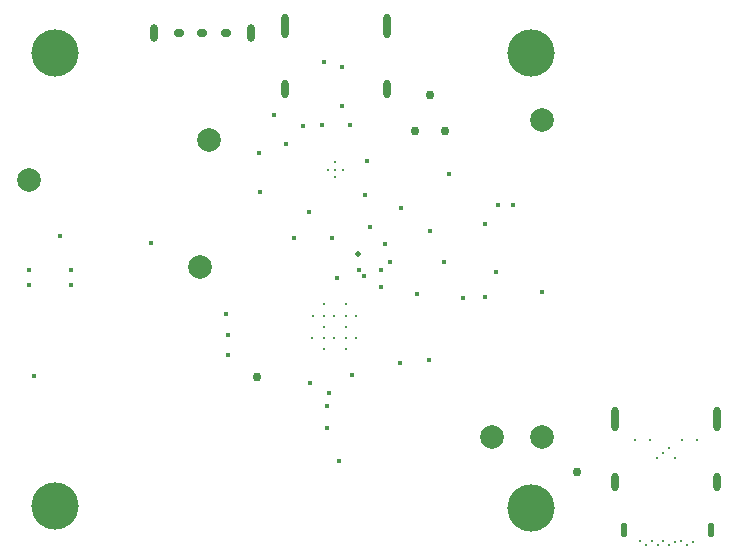
<source format=gbr>
%FSTAX23Y23*%
%MOIN*%
%SFA1B1*%

%IPPOS*%
%ADD119C,0.030000*%
%ADD120C,0.030000*%
%ADD121C,0.030000*%
%ADD122O,0.019685X0.051181*%
%ADD123C,0.157480*%
%ADD124C,0.157480*%
%ADD125C,0.157480*%
%ADD126C,0.157480*%
%ADD127O,0.023622X0.062992*%
%ADD128O,0.023622X0.082677*%
%ADD129O,0.027560X0.059060*%
%ADD130O,0.035440X0.027560*%
%ADD131C,0.078740*%
%ADD132C,0.015000*%
%ADD133C,0.020000*%
%ADD134C,0.010000*%
%ADD135C,0.030000*%
%ADD136C,0.008000*%
%LNpcb_power_measurement_pth_drill-1*%
%LPD*%
G54D119*
X03662Y0313D03*
G54D120*
X03762Y0313D03*
G54D121*
X0371Y0325D03*
G54D122*
X04649Y018D03*
X04358D03*
G54D123*
X02461Y0188D03*
G54D124*
X04049Y01875D03*
G54D125*
X04049Y03393D03*
G54D126*
X02461Y03393D03*
G54D127*
X04328Y01962D03*
X04669D03*
X03567Y03272D03*
X03227D03*
G54D128*
X04329Y02173D03*
X04669D03*
X03568Y03482D03*
X03228D03*
G54D129*
X02791Y03459D03*
X03114D03*
G54D130*
X03031Y03459D03*
X02874D03*
X02952D03*
G54D131*
X02975Y031D03*
X03918Y02111D03*
X02945Y02677D03*
X02376Y02969D03*
X04085Y02111D03*
Y03169D03*
G54D132*
X03615Y02875D03*
X03562Y02756D03*
X03577Y02694D03*
X03668Y02589D03*
X03549Y02669D03*
X03475Y02668D03*
X03776Y02987D03*
X03232Y03089D03*
X02514Y02617D03*
Y02667D03*
X02376Y02619D03*
Y02667D03*
X02477Y02782D03*
X02392Y02316D03*
X03503Y03032D03*
X03403Y02641D03*
X03492Y02647D03*
X03548Y02613D03*
X03711Y02798D03*
X04085Y02595D03*
X03987Y02884D03*
X03939Y02885D03*
X03758Y02695D03*
X03512Y02812D03*
X03932Y02663D03*
X03895Y02577D03*
X03823Y02574D03*
X03896Y02822D03*
X03407Y02032D03*
X03374Y02257D03*
X03709Y02368D03*
X03452Y02319D03*
X03037Y02385D03*
Y0245D03*
X0303Y02522D03*
X03357Y03361D03*
X03313Y02291D03*
X03287Y03148D03*
X03417Y03215D03*
X03444Y03152D03*
X0335D03*
X02781Y02757D03*
X03144Y02928D03*
X03142Y03057D03*
X03193Y03184D03*
X03307Y02862D03*
X03385Y02775D03*
X03259D03*
X03496Y02917D03*
X03368Y0214D03*
Y02215D03*
X03612Y02358D03*
X03417Y03346D03*
G54D133*
X03471Y02723D03*
G54D134*
X04394Y02103D03*
X04568Y01751D03*
X0447D03*
X04489Y01765D03*
X0441Y01765D03*
X0443Y01751D03*
X04529Y01761D03*
X04549Y01765D03*
X0445Y01765D03*
X04509Y01751D03*
X04528Y02042D03*
X04588Y01763D03*
X04469Y02043D03*
X04489Y02058D03*
X04603Y02103D03*
X04509Y02074D03*
X04446Y02103D03*
X04552D03*
G54D135*
X04203Y01995D03*
X03135Y02311D03*
G54D136*
X03357Y02516D03*
X0343D03*
X0332D03*
X03319Y02443D03*
X03357D03*
X0343D03*
X03392D03*
X03466D03*
X0343Y02406D03*
Y02479D03*
X03357Y02556D03*
X0343Y02555D03*
X03466Y02516D03*
X03393D03*
X03357Y02479D03*
Y02406D03*
X0337Y03003D03*
X03395Y02978D03*
Y03028D03*
X0342Y03003D03*
X03395D03*
M02*
</source>
